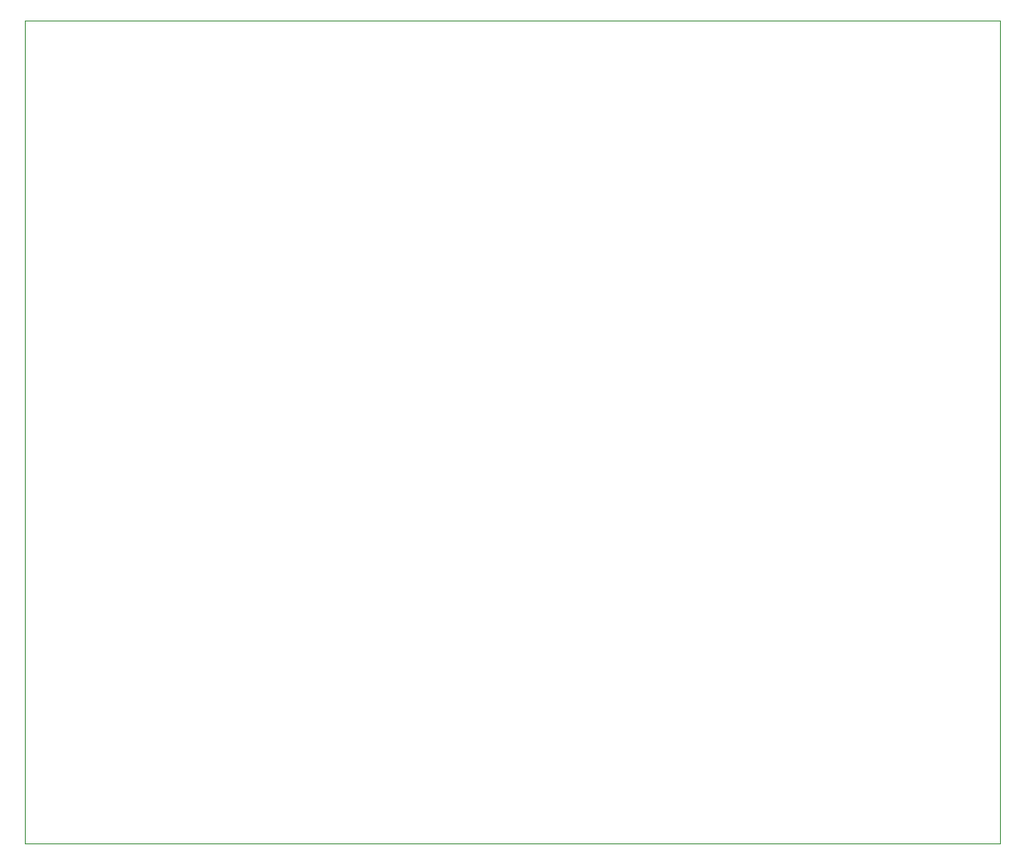
<source format=gbr>
%TF.GenerationSoftware,KiCad,Pcbnew,(6.0.5)*%
%TF.CreationDate,2022-12-20T21:12:00+01:00*%
%TF.ProjectId,sender_V1.00,73656e64-6572-45f5-9631-2e30302e6b69,rev?*%
%TF.SameCoordinates,Original*%
%TF.FileFunction,Profile,NP*%
%FSLAX46Y46*%
G04 Gerber Fmt 4.6, Leading zero omitted, Abs format (unit mm)*
G04 Created by KiCad (PCBNEW (6.0.5)) date 2022-12-20 21:12:00*
%MOMM*%
%LPD*%
G01*
G04 APERTURE LIST*
%TA.AperFunction,Profile*%
%ADD10C,0.050000*%
%TD*%
G04 APERTURE END LIST*
D10*
X34290000Y-12192000D02*
X130556000Y-12192000D01*
X130556000Y-12192000D02*
X130556000Y-93472000D01*
X130556000Y-93472000D02*
X34290000Y-93472000D01*
X34290000Y-93472000D02*
X34290000Y-12192000D01*
M02*

</source>
